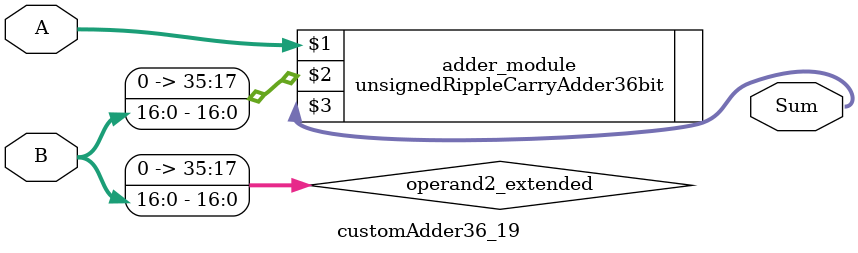
<source format=v>
module customAdder36_19(
                        input [35 : 0] A,
                        input [16 : 0] B,
                        
                        output [36 : 0] Sum
                );

        wire [35 : 0] operand2_extended;
        
        assign operand2_extended =  {19'b0, B};
        
        unsignedRippleCarryAdder36bit adder_module(
            A,
            operand2_extended,
            Sum
        );
        
        endmodule
        
</source>
